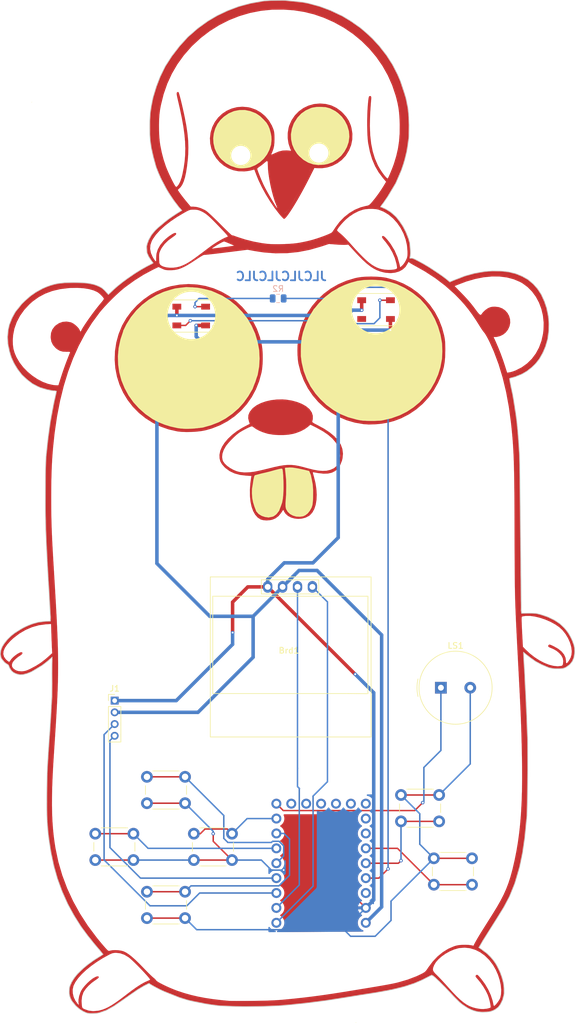
<source format=kicad_pcb>
(kicad_pcb (version 20240108) (generator "pcbnew") (generator_version "8.0")
  (layers (0 "F.Cu" signal) (31 "B.Cu" signal) (34 "B.Paste" user) (35 "F.Paste" user) (36 "B.SilkS" user "B.Silkscreen") (37 "F.SilkS" user "F.Silkscreen") (38 "B.Mask" user) (39 "F.Mask" user) (44 "Edge.Cuts" user))
  (net 0 "")
  (net 1 "GND")
  (net 2 "VCC")
  (net 3 "Net-(D1-DIN)")
  (net 4 "Net-(D1-DOUT)")
  (net 6 "/SDA")
  (net 7 "/SCL")
  (net 8 "/SDA1")
  (net 9 "/SCL1")
  (net 10 "Net-(U1-GP8)")
  (net 11 "/GP29")
  (net 12 "Net-(U1-GP4)")
  (net 13 "Net-(U1-GP5)")
  (net 14 "Net-(U1-GP6)")
  (net 15 "Net-(U1-GP7)")
  (net 16 "Net-(U1-GP28)")
  (net 17 "Net-(U1-GP27)")
  (footprint "MountingHole:MountingHole_3.2mm_M3" (layer "F.Cu") (at 111.2 27.4)
    (property "Reference" "REF**" (hide yes))
    (property "Value" "MountingHole_3.2mm_M3")
  )
  (footprint "LED_SMD:LED_WS2812B_PLCC4_5.0x5.0mm_P3.2mm" (layer "F.Cu") (at 96.15 72.4)
    (property "Reference" "D1" (hide yes))
    (property "Value" "WS2812B")
  )
  (footprint "LED_SMD:LED_WS2812B_PLCC4_5.0x5.0mm_P3.2mm" (layer "F.Cu") (at 127.65 71.3)
    (property "Reference" "D2" (hide yes))
    (property "Value" "WS2812B")
  )
  (footprint "rp2040-zero:my-rp2040-zero" (layer "F.Cu") (at 118.28 165.74 180)
    (property "Reference" "U1" (hide yes))
    (property "Value" "~" (hide yes))
  )
  (footprint "XIAO:128x64OLED" (layer "F.Cu") (at 112.8 129.2)
    (property "Reference" "Brd1")
    (property "Value" "SSD1306")
  )
  (footprint "Button_Switch_THT:SW_PUSH_6mm_H4.3mm" (layer "F.Cu") (at 131.9 154.1)
    (property "Reference" "SW5" (hide yes))
    (property "Value" "SW_Push")
  )
  (footprint "Button_Switch_THT:SW_PUSH_6mm_H4.3mm" (layer "F.Cu") (at 79.8 160.7)
    (property "Reference" "SW2" (hide yes))
    (property "Value" "SW_Push")
  )
  (footprint "Button_Switch_THT:SW_PUSH_6mm_H4.3mm" (layer "F.Cu") (at 88.6 170.6)
    (property "Reference" "SW3" (hide yes))
    (property "Value" "SW_Push")
  )
  (footprint "Connector_PinHeader_2.00mm:PinHeader_1x04_P2.00mm_Vertical" (layer "F.Cu") (at 83.1 138)
    (property "Reference" "J1")
    (property "Value" "Conn_01x04_Pin")
  )
  (footprint "Button_Switch_THT:SW_PUSH_6mm_H4.3mm" (layer "F.Cu") (at 88.6 151)
    (property "Reference" "SW1" (hide yes))
    (property "Value" "SW_Push")
  )
  (footprint "Button_Switch_THT:SW_PUSH_6mm_H4.3mm" (layer "F.Cu") (at 96.6 160.7)
    (property "Reference" "SW4" (hide yes))
    (property "Value" "SW_Push")
  )
  (footprint "Button_Switch_THT:SW_PUSH_6mm_H4.3mm" (layer "F.Cu") (at 137.5 164.9)
    (property "Reference" "SW6" (hide yes))
    (property "Value" "SW_Push")
  )
  (footprint "Buzzer_Beeper:Buzzer_TDK_PS1240P02BT_D12.2mm_H6.5mm" (layer "F.Cu") (at 138.7 135.8)
    (property "Reference" "LS1")
    (property "Value" "Speaker")
  )
  (footprint "gopher:gopher_bird" (layer "F.Cu") (at 112.2 108.9)
    (property "Reference" "G***" (hide yes))
    (property "Value" "LOGO" (hide yes))
    (fp_line (start -48.58 21.17) (end -48.52 20.56) (stroke (width 0.12)) (layer "Edge.Cuts"))
    (fp_line (start -48.52 20.56) (end -48.3 19.94) (stroke (width 0.12)) (layer "Edge.Cuts"))
    (fp_line (start -48.49 21.72) (end -48.58 21.17) (stroke (width 0.12)) (layer "Edge.Cuts"))
    (fp_line (start -48.35 21.99) (end -48.49 21.72) (stroke (width 0.12)) (layer "Edge.Cuts"))
    (fp_line (start -48.3 19.94) (end -47.9 19.3) (stroke (width 0.12)) (layer "Edge.Cuts"))
    (fp_line (start -48.09 22.33) (end -48.35 21.99) (stroke (width 0.12)) (layer "Edge.Cuts"))
    (fp_line (start -47.9 19.3) (end -47.39 18.67) (stroke (width 0.12)) (layer "Edge.Cuts"))
    (fp_line (start -47.84 22.61) (end -48.09 22.33) (stroke (width 0.12)) (layer "Edge.Cuts"))
    (fp_line (start -47.56 22.82) (end -47.84 22.61) (stroke (width 0.12)) (layer "Edge.Cuts"))
    (fp_line (start -47.39 18.67) (end -46.74 18.03) (stroke (width 0.12)) (layer "Edge.Cuts"))
    (fp_line (start -47.37 -32.93) (end -47.26 -34.14) (stroke (width 0.12)) (layer "Edge.Cuts"))
    (fp_line (start -47.31 -31.76) (end -47.37 -32.93) (stroke (width 0.12)) (layer "Edge.Cuts"))
    (fp_line (start -47.3 22.96) (end -47.56 22.82) (stroke (width 0.12)) (layer "Edge.Cuts"))
    (fp_line (start -47.26 -34.14) (end -47.06 -35.02) (stroke (width 0.12)) (layer "Edge.Cuts"))
    (fp_line (start -47.2 23.07) (end -47.3 22.96) (stroke (width 0.12)) (layer "Edge.Cuts"))
    (fp_line (start -47.06 -35.02) (end -46.61 -36.16) (stroke (width 0.12)) (layer "Edge.Cuts"))
    (fp_line (start -47.03 -30.45) (end -47.31 -31.76) (stroke (width 0.12)) (layer "Edge.Cuts"))
    (fp_line (start -46.99 23.57) (end -47.2 23.07) (stroke (width 0.12)) (layer "Edge.Cuts"))
    (fp_line (start -46.75 -29.5) (end -47.03 -30.45) (stroke (width 0.12)) (layer "Edge.Cuts"))
    (fp_line (start -46.74 18.03) (end -46.14 17.56) (stroke (width 0.12)) (layer "Edge.Cuts"))
    (fp_line (start -46.7 24.01) (end -46.99 23.57) (stroke (width 0.12)) (layer "Edge.Cuts"))
    (fp_line (start -46.61 -36.16) (end -46.21 -36.9) (stroke (width 0.12)) (layer "Edge.Cuts"))
    (fp_line (start -46.29 24.36) (end -46.7 24.01) (stroke (width 0.12)) (layer "Edge.Cuts"))
    (fp_line (start -46.26 -28.43) (end -46.75 -29.5) (stroke (width 0.12)) (layer "Edge.Cuts"))
    (fp_line (start -46.21 -36.9) (end -46.03 -37.22) (stroke (width 0.12)) (layer "Edge.Cuts"))
    (fp_line (start -46.14 17.56) (end -45.11 16.91) (stroke (width 0.12)) (layer "Edge.Cuts"))
    (fp_line (start -46.03 -37.22) (end -44.96 -38.55) (stroke (width 0.12)) (layer "Edge.Cuts"))
    (fp_line (start -45.72 24.6) (end -46.29 24.36) (stroke (width 0.12)) (layer "Edge.Cuts"))
    (fp_line (start -45.67 -27.45) (end -46.26 -28.43) (stroke (width 0.12)) (layer "Edge.Cuts"))
    (fp_line (start -45.24 24.68) (end -45.72 24.6) (stroke (width 0.12)) (layer "Edge.Cuts"))
    (fp_line (start -45.11 16.91) (end -44.52 16.58) (stroke (width 0.12)) (layer "Edge.Cuts"))
    (fp_line (start -44.96 -38.55) (end -44.39 -39.11) (stroke (width 0.12)) (layer "Edge.Cuts"))
    (fp_line (start -44.92 -26.47) (end -45.67 -27.45) (stroke (width 0.12)) (layer "Edge.Cuts"))
    (fp_line (start -44.65 24.66) (end -45.24 24.68) (stroke (width 0.12)) (layer "Edge.Cuts"))
    (fp_line (start -44.52 16.58) (end -43.82 16.26) (stroke (width 0.12)) (layer "Edge.Cuts"))
    (fp_line (start -44.39 -39.11) (end -43.49 -39.91) (stroke (width 0.12)) (layer "Edge.Cuts"))
    (fp_line (start -44.1 -25.7) (end -44.92 -26.47) (stroke (width 0.12)) (layer "Edge.Cuts"))
    (fp_line (start -43.96 24.47) (end -44.65 24.66) (stroke (width 0.12)) (layer "Edge.Cuts"))
    (fp_line (start -43.82 16.26) (end -43.08 15.97) (stroke (width 0.12)) (layer "Edge.Cuts"))
    (fp_line (start -43.49 -39.91) (end -42.53 -40.58) (stroke (width 0.12)) (layer "Edge.Cuts"))
    (fp_line (start -43.36 24.23) (end -43.96 24.47) (stroke (width 0.12)) (layer "Edge.Cuts"))
    (fp_line (start -43.14 -24.96) (end -44.1 -25.7) (stroke (width 0.12)) (layer "Edge.Cuts"))
    (fp_line (start -43.08 15.97) (end -42.13 15.71) (stroke (width 0.12)) (layer "Edge.Cuts"))
    (fp_line (start -42.91 23.98) (end -43.36 24.23) (stroke (width 0.12)) (layer "Edge.Cuts"))
    (fp_line (start -42.53 -40.58) (end -41.41 -41.2) (stroke (width 0.12)) (layer "Edge.Cuts"))
    (fp_line (start -42.22 -24.47) (end -43.14 -24.96) (stroke (width 0.12)) (layer "Edge.Cuts"))
    (fp_line (start -42.13 15.71) (end -41.13 15.58) (stroke (width 0.12)) (layer "Edge.Cuts"))
    (fp_line (start -41.76 -24.27) (end -42.22 -24.47) (stroke (width 0.12)) (layer "Edge.Cuts"))
    (fp_line (start -41.44 23.09) (end -42.91 23.98) (stroke (width 0.12)) (layer "Edge.Cuts"))
    (fp_line (start -41.41 -41.2) (end -40.65 -41.53) (stroke (width 0.12)) (layer "Edge.Cuts"))
    (fp_line (start -41.13 15.58) (end -40.06 15.53) (stroke (width 0.12)) (layer "Edge.Cuts"))
    (fp_line (start -40.92 -4.43) (end -40.91 -6.35) (stroke (width 0.12)) (layer "Edge.Cuts"))
    (fp_line (start -40.92 -3.26) (end -40.92 -4.43) (stroke (width 0.12)) (layer "Edge.Cuts"))
    (fp_line (start -40.91 -6.35) (end -40.89 -10.57) (stroke (width 0.12)) (layer "Edge.Cuts"))
    (fp_line (start -40.89 -10.57) (end -40.81 -12.49) (stroke (width 0.12)) (layer "Edge.Cuts"))
    (fp_line (start -40.88 -1.62) (end -40.92 -3.26) (stroke (width 0.12)) (layer "Edge.Cuts"))
    (fp_line (start -40.86 -0.14) (end -40.88 -1.62) (stroke (width 0.12)) (layer "Edge.Cuts"))
    (fp_line (start -40.81 -12.49) (end -40.49 -15.48) (stroke (width 0.12)) (layer "Edge.Cuts"))
    (fp_line (start -40.75 -23.97) (end -41.76 -24.27) (stroke (width 0.12)) (layer "Edge.Cuts"))
    (fp_line (start -40.71 3.16) (end -40.86 -0.14) (stroke (width 0.12)) (layer "Edge.Cuts"))
    (fp_line (start -40.68 45.15) (end -40.66 43.86) (stroke (width 0.12)) (layer "Edge.Cuts"))
    (fp_line (start -40.68 46.38) (end -40.68 45.15) (stroke (width 0.12)) (layer "Edge.Cuts"))
    (fp_line (start -40.68 47.61) (end -40.68 46.38) (stroke (width 0.12)) (layer "Edge.Cuts"))
    (fp_line (start -40.66 43.86) (end -40.62 41.76) (stroke (width 0.12)) (layer "Edge.Cuts"))
    (fp_line (start -40.66 48.59) (end -40.68 47.61) (stroke (width 0.12)) (layer "Edge.Cuts"))
    (fp_line (start -40.65 -41.53) (end -39.91 -41.79) (stroke (width 0.12)) (layer "Edge.Cuts"))
    (fp_line (start -40.62 5.04) (end -40.71 3.16) (stroke (width 0.12)) (layer "Edge.Cuts"))
    (fp_line (start -40.62 41.76) (end -40.55 39.99) (stroke (width 0.12)) (layer "Edge.Cuts"))
    (fp_line (start -40.62 49.56) (end -40.66 48.59) (stroke (width 0.12)) (layer "Edge.Cuts"))
    (fp_line (start -40.55 39.99) (end -40.48 38.95) (stroke (width 0.12)) (layer "Edge.Cuts"))
    (fp_line (start -40.5 22.37) (end -41.44 23.09) (stroke (width 0.12)) (layer "Edge.Cuts"))
    (fp_line (start -40.49 -15.48) (end -40.09 -18.41) (stroke (width 0.12)) (layer "Edge.Cuts"))
    (fp_line (start -40.49 51.33) (end -40.62 49.56) (stroke (width 0.12)) (layer "Edge.Cuts"))
    (fp_line (start -40.48 38.95) (end -40.35 36.88) (stroke (width 0.12)) (layer "Edge.Cuts"))
    (fp_line (start -40.43 8.47) (end -40.62 5.04) (stroke (width 0.12)) (layer "Edge.Cuts"))
    (fp_line (start -40.35 36.88) (end -40.16 34.28) (stroke (width 0.12)) (layer "Edge.Cuts"))
    (fp_line (start -40.32 52.76) (end -40.49 51.33) (stroke (width 0.12)) (layer "Edge.Cuts"))
    (fp_line (start -40.26 11.12) (end -40.43 8.47) (stroke (width 0.12)) (layer "Edge.Cuts"))
    (fp_line (start -40.16 34.28) (end -39.95 30.92) (stroke (width 0.12)) (layer "Edge.Cuts"))
    (fp_line (start -40.14 13.4) (end -40.26 11.12) (stroke (width 0.12)) (layer "Edge.Cuts"))
    (fp_line (start -40.09 -18.41) (end -39.47 -21.71) (stroke (width 0.12)) (layer "Edge.Cuts"))
    (fp_line (start -40.06 15.53) (end -40.04 14.86) (stroke (width 0.12)) (layer "Edge.Cuts"))
    (fp_line (start -40.04 14.86) (end -40.14 13.4) (stroke (width 0.12)) (layer "Edge.Cuts"))
    (fp_line (start -39.98 54.94) (end -40.32 52.76) (stroke (width 0.12)) (layer "Edge.Cuts"))
    (fp_line (start -39.95 30.92) (end -39.81 28.43) (stroke (width 0.12)) (layer "Edge.Cuts"))
    (fp_line (start -39.92 -23.79) (end -40.75 -23.97) (stroke (width 0.12)) (layer "Edge.Cuts"))
    (fp_line (start -39.91 -41.79) (end -38.97 -42.03) (stroke (width 0.12)) (layer "Edge.Cuts"))
    (fp_line (start -39.81 28.43) (end -39.79 26.13) (stroke (width 0.12)) (layer "Edge.Cuts"))
    (fp_line (start -39.8 24.45) (end -39.79 22.78) (stroke (width 0.12)) (layer "Edge.Cuts"))
    (fp_line (start -39.79 22.78) (end -39.75 21.69) (stroke (width 0.12)) (layer "Edge.Cuts"))
    (fp_line (start -39.79 26.13) (end -39.8 24.45) (stroke (width 0.12)) (layer "Edge.Cuts"))
    (fp_line (start -39.75 21.69) (end -40.5 22.37) (stroke (width 0.12)) (layer "Edge.Cuts"))
    (fp_line (start -39.47 -21.71) (end -39.24 -22.72) (stroke (width 0.12)) (layer "Edge.Cuts"))
    (fp_line (start -39.46 57.37) (end -39.98 54.94) (stroke (width 0.12)) (layer "Edge.Cuts"))
    (fp_line (start -39.35 -23.73) (end -39.92 -23.79) (stroke (width 0.12)) (layer "Edge.Cuts"))
    (fp_line (start -39.24 -22.72) (end -39.03 -23.67) (stroke (width 0.12)) (layer "Edge.Cuts"))
    (fp_line (start -39.03 -23.67) (end -39.35 -23.73) (stroke (width 0.12)) (layer "Edge.Cuts"))
    (fp_line (start -38.97 -42.03) (end -37.63 -42.2) (stroke (width 0.12)) (layer "Edge.Cuts"))
    (fp_line (start -38.86 59.48) (end -39.46 57.37) (stroke (width 0.12)) (layer "Edge.Cuts"))
    (fp_line (start -38.06 61.67) (end -38.86 59.48) (stroke (width 0.12)) (layer "Edge.Cuts"))
    (fp_line (start -37.63 -42.2) (end -35.99 -42.22) (stroke (width 0.12)) (layer "Edge.Cuts"))
    (fp_line (start -37.09 63.83) (end -38.06 61.67) (stroke (width 0.12)) (layer "Edge.Cuts"))
    (fp_line (start -36.86 78.91) (end -36.81 78.04) (stroke (width 0.12)) (layer "Edge.Cuts"))
    (fp_line (start -36.81 78.04) (end -36.74 77.79) (stroke (width 0.12)) (layer "Edge.Cuts"))
    (fp_line (start -36.77 79.54) (end -36.86 78.91) (stroke (width 0.12)) (layer "Edge.Cuts"))
    (fp_line (start -36.74 77.79) (end -36.43 77.09) (stroke (width 0.12)) (layer "Edge.Cuts"))
    (fp_line (start -36.53 80.14) (end -36.77 79.54) (stroke (width 0.12)) (layer "Edge.Cuts"))
    (fp_line (start -36.43 77.09) (end -35.99 76.39) (stroke (width 0.12)) (layer "Edge.Cuts"))
    (fp_line (start -36.23 80.57) (end -36.53 80.14) (stroke (width 0.12)) (layer "Edge.Cuts"))
    (fp_line (start -36.04 65.75) (end -37.09 63.83) (stroke (width 0.12)) (layer "Edge.Cuts"))
    (fp_line (start -35.99 -42.22) (end -35.17 -42.21) (stroke (width 0.12)) (layer "Edge.Cuts"))
    (fp_line (start -35.99 76.39) (end -35.42 75.69) (stroke (width 0.12)) (layer "Edge.Cuts"))
    (fp_line (start -35.72 81.18) (end -36.23 80.57) (stroke (width 0.12)) (layer "Edge.Cuts"))
    (fp_line (start -35.42 75.69) (end -34.59 74.88) (stroke (width 0.12)) (layer "Edge.Cuts"))
    (fp_line (start -35.36 81.5) (end -35.72 81.18) (stroke (width 0.12)) (layer "Edge.Cuts"))
    (fp_line (start -35.17 -42.21) (end -34.15 -42.17) (stroke (width 0.12)) (layer "Edge.Cuts"))
    (fp_line (start -35.14 81.7) (end -35.36 81.5) (stroke (width 0.12)) (layer "Edge.Cuts"))
    (fp_line (start -34.87 67.61) (end -36.04 65.75) (stroke (width 0.12)) (layer "Edge.Cuts"))
    (fp_line (start -34.59 74.88) (end -33.75 74.17) (stroke (width 0.12)) (layer "Edge.Cuts"))
    (fp_line (start -34.51 82.1) (end -35.14 81.7) (stroke (width 0.12)) (layer "Edge.Cuts"))
    (fp_line (start -34.15 -42.17) (end -33.26 -42.04) (stroke (width 0.12)) (layer "Edge.Cuts"))
    (fp_line (start -33.94 82.36) (end -34.51 82.1) (stroke (width 0.12)) (layer "Edge.Cuts"))
    (fp_line (start -33.75 74.17) (end -33.2 73.77) (stroke (width 0.12)) (layer "Edge.Cuts"))
    (fp_line (start -33.72 69.17) (end -34.87 67.61) (stroke (width 0.12)) (layer "Edge.Cuts"))
    (fp_line (start -33.71 82.43) (end -33.94 82.36) (stroke (width 0.12)) (layer "Edge.Cuts"))
    (fp_line (start -33.27 82.47) (end -33.71 82.43) (stroke (width 0.12)) (layer "Edge.Cuts"))
    (fp_line (start -33.26 -42.04) (end -32.54 -41.88) (stroke (width 0.12)) (layer "Edge.Cuts"))
    (fp_line (start -33.2 73.77) (end -32.67 73.39) (stroke (width 0.12)) (layer "Edge.Cuts"))
    (fp_line (start -32.72 82.47) (end -33.27 82.47) (stroke (width 0.12)) (layer "Edge.Cuts"))
    (fp_line (start -32.67 73.39) (end -31.87 72.88) (stroke (width 0.12)) (layer "Edge.Cuts"))
    (fp_line (start -32.54 -41.88) (end -31.82 -41.6) (stroke (width 0.12)) (layer "Edge.Cuts"))
    (fp_line (start -32.51 70.68) (end -33.72 69.17) (stroke (width 0.12)) (layer "Edge.Cuts"))
    (fp_line (start -32.09 82.44) (end -32.72 82.47) (stroke (width 0.12)) (layer "Edge.Cuts"))
    (fp_line (start -31.87 72.88) (end -31.37 72.57) (stroke (width 0.12)) (layer "Edge.Cuts"))
    (fp_line (start -31.82 -41.6) (end -31.25 -41.29) (stroke (width 0.12)) (layer "Edge.Cuts"))
    (fp_line (start -31.73 71.59) (end -32.51 70.68) (stroke (width 0.12)) (layer "Edge.Cuts"))
    (fp_line (start -31.69 82.35) (end -32.09 82.44) (stroke (width 0.12)) (layer "Edge.Cuts"))
    (fp_line (start -31.37 72.57) (end -31.09 72.38) (stroke (width 0.12)) (layer "Edge.Cuts"))
    (fp_line (start -31.25 -41.29) (end -30.8 -40.88) (stroke (width 0.12)) (layer "Edge.Cuts"))
    (fp_line (start -31.09 72.38) (end -31.73 71.59) (stroke (width 0.12)) (layer "Edge.Cuts"))
    (fp_line (start -30.8 -40.88) (end -30.22 -40.24) (stroke (width 0.12)) (layer "Edge.Cuts"))
    (fp_line (start -30.51 81.94) (end -31.69 82.35) (stroke (width 0.12)) (layer "Edge.Cuts"))
    (fp_line (start -30.22 -40.24) (end -30.16 -40.19) (stroke (width 0.12)) (layer "Edge.Cuts"))
    (fp_line (start -30.16 -40.19) (end -28.9 -41.38) (stroke (width 0.12)) (layer "Edge.Cuts"))
    (fp_line (start -29.22 81.22) (end -30.51 81.94) (stroke (width 0.12)) (layer "Edge.Cuts"))
    (fp_line (start -28.9 -41.38) (end -27.87 -42.21) (stroke (width 0.12)) (layer "Edge.Cuts"))
    (fp_line (start -27.87 -42.21) (end -27.04 -42.83) (stroke (width 0.12)) (layer "Edge.Cuts"))
    (fp_line (start -27.74 80.2) (end -29.22 81.22) (stroke (width 0.12)) (layer "Edge.Cuts"))
    (fp_line (start -27.04 -42.83) (end -25.63 -43.8) (stroke (width 0.12)) (layer "Edge.Cuts"))
    (fp_line (start -26.56 79.37) (end -27.74 80.2) (stroke (width 0.12)) (layer "Edge.Cuts"))
    (fp_line (start -25.63 -43.8) (end -24.61 -44.43) (stroke (width 0.12)) (layer "Edge.Cuts"))
    (fp_line (start -25.17 78.41) (end -26.56 79.37) (stroke (width 0.12)) (layer "Edge.Cuts"))
    (fp_line (start -24.61 -44.43) (end -23.6 -45) (stroke (width 0.12)) (layer "Edge.Cuts"))
    (fp_line (start -24.08 77.76) (end -25.17 78.41) (stroke (width 0.12)) (layer "Edge.Cuts"))
    (fp_line (start -23.67 -48.39) (end -23.56 -48.82) (stroke (width 0.12)) (layer "Edge.Cuts"))
    (fp_line (start -23.61 -47.32) (end -23.67 -48.39) (stroke (width 0.12)) (layer "Edge.Cuts"))
    (fp_line (start -23.6 -45) (end -22.66 -45.48) (stroke (width 0.12)) (layer "Edge.Cuts"))
    (fp_line (start -23.56 -48.82) (end -23.3 -49.51) (stroke (width 0.12)) (layer "Edge.Cuts"))
    (fp_line (start -23.31 -46.64) (end -23.61 -47.32) (stroke (width 0.12)) (layer "Edge.Cuts"))
    (fp_line (start -23.3 -49.51) (end -22.84 -50.34) (stroke (width 0.12)) (layer "Edge.Cuts"))
    (fp_line (start -23.23 77.34) (end -24.08 77.76) (stroke (width 0.12)) (layer "Edge.Cuts"))
    (fp_line (start -23.13 -69.82) (end -23.04 -71.18) (stroke (width 0.12)) (layer "Edge.Cuts"))
    (fp_line (start -23.13 -68.27) (end -23.13 -69.82) (stroke (width 0.12)) (layer "Edge.Cuts"))
    (fp_line (start -23.13 -67.44) (end -23.13 -68.27) (stroke (width 0.12)) (layer "Edge.Cuts"))
    (fp_line (start -23.07 77.48) (end -23.23 77.34) (stroke (width 0.12)) (layer "Edge.Cuts"))
    (fp_line (start -23.04 -71.18) (end -22.88 -72.26) (stroke (width 0.12)) (layer "Edge.Cuts"))
    (fp_line (start -23.04 -66.34) (end -23.13 -67.44) (stroke (width 0.12)) (layer "Edge.Cuts"))
    (fp_line (start -22.97 -46.11) (end -23.31 -46.64) (stroke (width 0.12)) (layer "Edge.Cuts"))
    (fp_line (start -22.88 -72.26) (end -22.58 -73.76) (stroke (width 0.12)) (layer "Edge.Cuts"))
    (fp_line (start -22.88 -65.23) (end -23.04 -66.34) (stroke (width 0.12)) (layer "Edge.Cuts"))
    (fp_line (start -22.84 -50.34) (end -22.21 -51.1) (stroke (width 0.12)) (layer "Edge.Cuts"))
    (fp_line (start -22.66 -45.48) (end -22.56 -45.55) (stroke (width 0.12)) (layer "Edge.Cuts"))
    (fp_line (start -22.58 -73.76) (end -22.01 -75.63) (stroke (width 0.12)) (layer "Edge.Cuts"))
    (fp_line (start -22.56 -45.55) (end -22.97 -46.11) (stroke (width 0.12)) (layer "Edge.Cuts"))
    (fp_line (start -22.53 -63.67) (end -22.88 -65.23) (stroke (width 0.12)) (layer "Edge.Cuts"))
    (fp_line (start -22.41 77.86) (end -23.07 77.48) (stroke (width 0.12)) (layer "Edge.Cuts"))
    (fp_line (start -22.21 -51.1) (end -21.73 -51.56) (stroke (width 0.12)) (layer "Edge.Cuts"))
    (fp_line (start -22.04 -61.89) (end -22.53 -63.67) (stroke (width 0.12)) (layer "Edge.Cuts"))
    (fp_line (start -22.01 -75.63) (end -21.37 -77.3) (stroke (width 0.12)) (layer "Edge.Cuts"))
    (fp_line (start -21.73 -51.56) (end -20.7 -52.43) (stroke (width 0.12)) (layer "Edge.Cuts"))
    (fp_line (start -21.61 -60.82) (end -22.04 -61.89) (stroke (width 0.12)) (layer "Edge.Cuts"))
    (fp_line (start -21.38 78.4) (end -22.41 77.86) (stroke (width 0.12)) (layer "Edge.Cuts"))
    (fp_line (start -21.37 -77.3) (end -20.51 -79.07) (stroke (width 0.12)) (layer "Edge.Cuts"))
    (fp_line (start -21.2 -59.9) (end -21.61 -60.82) (stroke (width 0.12)) (layer "Edge.Cuts"))
    (fp_line (start -20.7 -52.43) (end -20 -52.99) (stroke (width 0.12)) (layer "Edge.Cuts"))
    (fp_line (start -20.59 78.76) (end -21.38 78.4) (stroke (width 0.12)) (layer "Edge.Cuts"))
    (fp_line (start -20.51 -79.07) (end -19.37 -80.84) (stroke (width 0.12)) (layer "Edge.Cuts"))
    (fp_line (start -20.29 -58.17) (end -21.2 -59.9) (stroke (width 0.12)) (layer "Edge.Cuts"))
    (fp_line (start -20 -52.99) (end -19.35 -53.44) (stroke (width 0.12)) (layer "Edge.Cuts"))
    (fp_line (start -19.82 -57.39) (end -20.29 -58.17) (stroke (width 0.12)) (layer "Edge.Cuts"))
    (fp_line (start -19.37 -80.84) (end -18.02 -82.59) (stroke (width 0.12)) (layer "Edge.Cuts"))
    (fp_line (start -19.35 -53.44) (end -18.62 -53.93) (stroke (width 0.12)) (layer "Edge.Cuts"))
    (fp_line (start -19.03 -56.21) (end -19.82 -57.39) (stroke (width 0.12)) (layer "Edge.Cuts"))
    (fp_line (start -18.62 -53.93) (end -17.73 -54.48) (stroke (width 0.12)) (layer "Edge.Cuts"))
    (fp_line (start -18.17 -55.08) (end -19.03 -56.21) (stroke (width 0.12)) (layer "Edge.Cuts"))
    (fp_line (start -18.1 79.75) (end -20.59 78.76) (stroke (width 0.12)) (layer "Edge.Cuts"))
    (fp_line (start -18.02 -82.59) (end -16.61 -84.13) (stroke (width 0.12)) (layer "Edge.Cuts"))
    (fp_line (start -17.73 -54.48) (end -17.66 -54.51) (stroke (width 0.12)) (layer "Edge.Cuts"))
    (fp_line (start -17.66 -54.51) (end -18.17 -55.08) (stroke (width 0.12)) (layer "Edge.Cuts"))
    (fp_line (start -16.68 80.2) (end -18.1 79.75) (stroke (width 0.12)) (layer "Edge.Cuts"))
    (fp_line (start -16.61 -84.13) (end -14.92 -85.6) (stroke (width 0.12)) (layer "Edge.Cuts"))
    (fp_line (start -15.65 80.43) (end -16.68 80.2) (stroke (width 0.12)) (layer "Edge.Cuts"))
    (fp_line (start -14.92 -85.6) (end -13.17 -86.86) (stroke (width 0.12)) (layer "Edge.Cuts"))
    (fp_line (start -13.54 80.85) (end -15.65 80.43) (stroke (width 0.12)) (layer "Edge.Cuts"))
    (fp_line (start -13.17 -86.86) (end -11.62 -87.77) (stroke (width 0.12)) (layer "Edge.Cuts"))
    (fp_line (start -12.15 81.06) (end -13.54 80.85) (stroke (width 0.12)) (layer "Edge.Cuts"))
    (fp_line (start -11.62 -87.77) (end -9.82 -88.62) (stroke (width 0.12)) (layer "Edge.Cuts"))
    (fp_line (start -11.11 81.18) (end -12.15 81.06) (stroke (width 0.12)) (layer "Edge.Cuts"))
    (fp_line (start -9.82 -88.62) (end -7.96 -89.33) (stroke (width 0.12)) (layer "Edge.Cuts"))
    (fp_line (start -8.99 81.27) (end -11.11 81.18) (stroke (width 0.12)) (layer "Edge.Cuts"))
    (fp_line (start -7.96 -89.33) (end -5.91 -89.87) (stroke (width 0.12)) (layer "Edge.Cuts"))
    (fp_line (start -7.09 81.31) (end -8.99 81.27) (stroke (width 0.12)) (layer "Edge.Cuts"))
    (fp_line (start -5.91 -89.87) (end -3.63 -90.27) (stroke (width 0.12)) (layer "Edge.Cuts"))
    (fp_line (start -3.65 81.27) (end -7.09 81.31) (stroke (width 0.12)) (layer "Edge.Cuts"))
    (fp_line (start -3.63 -90.27) (end -2.42 -90.34) (stroke (width 0.12)) (layer "Edge.Cuts"))
    (fp_line (start -2.42 -90.34) (end -0.08 -90.35) (stroke (width 0.12)) (layer "Edge.Cuts"))
    (fp_line (start -1.28 81.17) (end -3.65 81.27) (stroke (width 0.12)) (layer "Edge.Cuts"))
    (fp_line (start -0.08 -90.35) (end 2.93 -90.05) (stroke (width 0.12)) (layer "Edge.Cuts"))
    (fp_line (start 0.28 81.05) (end -1.28 81.17) (stroke (width 0.12)) (layer "Edge.Cuts"))
    (fp_line (start 2.93 -90.05) (end 3.88 -89.87) (stroke (width 0.12)) (layer "Edge.Cuts"))
    (fp_line (start 3.48 80.72) (end 0.28 81.05) (stroke (width 0.12)) (layer "Edge.Cuts"))
    (fp_line (start 3.88 -89.87) (end 5.86 -89.33) (stroke (width 0.12)) (layer "Edge.Cuts"))
    (fp_line (start 5.86 -89.33) (end 7.65 -88.66) (stroke (width 0.12)) (layer "Edge.Cuts"))
    (fp_line (start 6.91 80.28) (end 3.48 80.72) (stroke (width 0.12)) (layer "Edge.Cuts"))
    (fp_line (start 7.65 -88.66) (end 9.19 -87.93) (stroke (width 0.12)) (layer "Edge.Cuts"))
    (fp_line (start 9.19 -87.93) (end 9.64 -87.73) (stroke (width 0.12)) (layer "Edge.Cuts"))
    (fp_line (start 9.63 79.85) (end 6.91 80.28) (stroke (width 0.12)) (layer "Edge.Cuts"))
    (fp_line (start 9.64 -87.73) (end 11.17 -86.81) (stroke (width 0.12)) (layer "Edge.Cuts"))
    (fp_line (start 11.17 -86.81) (end 12.82 -85.65) (stroke (width 0.12)) (layer "Edge.Cuts"))
    (fp_line (start 12.7 79.35) (end 9.63 79.85) (stroke (width 0.12)) (layer "Edge.Cuts"))
    (fp_line (start 12.82 -85.65) (end 14.07 -84.57) (stroke (width 0.12)) (layer "Edge.Cuts"))
    (fp_line (start 14.07 -84.57) (end 14.85 -83.83) (stroke (width 0.12)) (layer "Edge.Cuts"))
    (fp_line (start 14.85 -83.83) (end 16.01 -82.57) (stroke (width 0.12)) (layer "Edge.Cuts"))
    (fp_line (start 15.51 78.91) (end 12.7 79.35) (stroke (width 0.12)) (layer "Edge.Cuts"))
    (fp_line (start 16.01 -82.57) (end 17.25 -80.98) (stroke (width 0.12)) (layer "Edge.Cuts"))
    (fp_line (start 16.23 -55.12) (end 16.46 -55.05) (stroke (width 0.12)) (layer "Edge.Cuts"))
    (fp_line (start 16.37 -55.35) (end 16.23 -55.12) (stroke (width 0.12)) (layer "Edge.Cuts"))
    (fp_line (start 16.46 -55.05) (end 17.09 -54.77) (stroke (width 0.12)) (layer "Edge.Cuts"))
    (fp_line (start 16.68 -55.75) (end 16.37 -55.35) (stroke (width 0.12)) (layer "Edge.Cuts"))
    (fp_line (start 17.09 -54.77) (end 17.92 -54.26) (stroke (width 0.12)) (layer "Edge.Cuts"))
    (fp_line (start 17.25 -80.98) (end 18.28 -79.37) (stroke (width 0.12)) (layer "Edge.Cuts"))
    (fp_line (start 17.42 78.56) (end 15.51 78.91) (stroke (width 0.12)) (layer "Edge.Cuts"))
    (fp_line (start 17.43 -56.84) (end 16.68 -55.75) (stroke (width 0.12)) (layer "Edge.Cuts"))
    (fp_line (start 17.92 -54.26) (end 18.18 -54.05) (stroke (width 0.12)) (layer "Edge.Cuts"))
    (fp_line (start 18.18 -54.05) (end 18.88 -53.41) (stroke (width 0.12)) (layer "Edge.Cuts"))
    (fp_line (start 18.28 -79.37) (end 19.14 -77.68) (stroke (width 0.12)) (layer "Edge.Cuts"))
    (fp_line (start 18.36 78.37) (end 17.42 78.56) (stroke (width 0.12)) (layer "Edge.Cuts"))
    (fp_line (start 18.83 -59.18) (end 17.43 -56.84) (stroke (width 0.12)) (layer "Edge.Cuts"))
    (fp_line (start 18.88 -53.41) (end 19.41 -52.75) (stroke (width 0.12)) (layer "Edge.Cuts"))
    (fp_line (start 19.14 -77.68) (end 19.61 -76.58) (stroke (width 0.12)) (layer "Edge.Cuts"))
    (fp_line (start 19.41 -52.75) (end 20.05 -51.8) (stroke (width 0.12)) (layer "Edge.Cuts"))
    (fp_line (start 19.61 -76.58) (end 20.27 -74.6) (stroke (width 0.12)) (layer "Edge.Cuts"))
    (fp_line (start 19.64 78.06) (end 18.36 78.37) (stroke (width 0.12)) (layer "Edge.Cuts"))
    (fp_line (start 19.79 -61.41) (end 18.83 -59.18) (stroke (width 0.12)) (layer "Edge.Cuts"))
    (fp_line (start 20.05 -51.8) (end 20.56 -50.8) (stroke (width 0.12)) (layer "Edge.Cuts"))
    (fp_line (start 20.15 -62.48) (end 19.79 -61.41) (stroke (width 0.12)) (layer "Edge.Cuts"))
    (fp_line (start 20.27 -74.6) (end 20.58 -73.57) (stroke (width 0.12)) (layer "Edge.Cuts"))
    (fp_line (start 20.36 77.87) (end 19.64 78.06) (stroke (width 0.12)) (layer "Edge.Cuts"))
    (fp_line (start 20.38 -63.26) (end 20.15 -62.48) (stroke (width 0.12)) (layer "Edge.Cuts"))
    (fp_line (start 20.56 -50.8) (end 20.73 -50.37) (stroke (width 0.12)) (layer "Edge.Cuts"))
    (fp_line (start 20.58 -73.57) (end 20.91 -71.9) (stroke (width 0.12)) (layer "Edge.Cuts"))
    (fp_line (start 20.7 -64.59) (end 20.38 -63.26) (stroke (width 0.12)) (layer "Edge.Cuts"))
    (fp_line (start 20.73 -50.37) (end 21.01 -49.65) (stroke (width 0.12)) (layer "Edge.Cuts"))
    (fp_line (start 20.87 -65.62) (end 20.7 -64.59) (stroke (width 0.12)) (layer "Edge.Cuts"))
    (fp_line (start 20.91 -71.9) (end 21.01 -70.92) (stroke (width 0.12)) (layer "Edge.Cuts"))
    (fp_line (start 21.01 -70.92) (end 21.09 -69.06) (stroke (width 0.12)) (layer "Edge.Cuts"))
    (fp_line (start 21.01 -49.65) (end 21.2 -48.96) (stroke (width 0.12)) (layer "Edge.Cuts"))
    (fp_line (start 21.06 -67.05) (end 20.87 -65.62) (stroke (width 0.12)) (layer "Edge.Cuts"))
    (fp_line (start 21.09 -69.06) (end 21.06 -67.05) (stroke (width 0.12)) (layer "Edge.Cuts"))
    (fp_line (start 21.2 -48.96) (end 21.3 -47.88) (stroke (width 0.12)) (layer "Edge.Cuts"))
    (fp_line (start 21.22 -46.37) (end 21.26 -46.35) (stroke (width 0.12)) (layer "Edge.Cuts"))
    (fp_line (start 21.25 -46.54) (end 21.22 -46.37) (stroke (width 0.12)) (layer "Edge.Cuts"))
    (fp_line (start 21.26 -46.35) (end 21.5 -46.38) (stroke (width 0.12)) (layer "Edge.Cuts"))
    (fp_line (start 21.3 -47.88) (end 21.32 -47.2) (stroke (width 0.12)) (layer "Edge.Cuts"))
    (fp_line (start 21.3 -46.85) (end 21.25 -46.54) (stroke (width 0.12)) (layer "Edge.Cuts"))
    (fp_line (start 21.32 -47.2) (end 21.3 -46.85) (stroke (width 0.12)) (layer "Edge.Cuts"))
    (fp_line (start 21.5 -46.38) (end 21.73 -46.34) (stroke (width 0.12)) (layer "Edge.Cuts"))
    (fp_line (start 21.73 -46.34) (end 21.99 -46.24) (stroke (width 0.12)) (layer "Edge.Cuts"))
    (fp_line (start 21.97 77.34) (end 20.36 77.87) (stroke (width 0.12)) (layer "Edge.Cuts"))
    (fp_line (start 21.99 -46.24) (end 22.4 -46.03) (stroke (width 0.12)) (layer "Edge.Cuts"))
    (fp_line (start 22.4 -46.03) (end 23.5 -45.44) (stroke (width 0.12)) (layer "Edge.Cuts"))
    (fp_line (start 23.3 76.77) (end 21.97 77.34) (stroke (width 0.12)) (layer "Edge.Cuts"))
    (fp_line (start 23.5 -45.44) (end 24.57 -44.8) (stroke (width 0.12)) (layer "Edge.Cuts"))
    (fp_line (start 24.57 -44.8) (end 26.02 -43.84) (stroke (width 0.12)) (layer "Edge.Cuts"))
    (fp_line (start 24.88 75.96) (end 23.3 76.77) (stroke (width 0.12)) (layer "Edge.Cuts"))
    (fp_line (start 25 75.97) (end 24.88 75.96) (stroke (width 0.12)) (layer "Edge.Cuts"))
    (fp_line (start 25.16 76.06) (end 25 75.97) (stroke (width 0.12)) (layer "Edge.Cuts"))
    (fp_line (start 25.57 76.4) (end 25.16 76.06) (stroke (width 0.12)) (layer "Edge.Cuts"))
    (fp_line (start 26.02 -43.84) (end 26.83 -43.28) (stroke (width 0.12)) (layer "Edge.Cuts"))
    (fp_line (start 26.19 76.98) (end 25.57 76.4) (stroke (width 0.12)) (layer "Edge.Cuts"))
    (fp_line (start 26.83 -43.28) (end 27.52 -42.75) (stroke (width 0.12)) (layer "Edge.Cuts"))
    (fp_line (start 27.19 77.98) (end 26.19 76.98) (stroke (width 0.12)) (layer "Edge.Cuts"))
    (fp_line (start 27.52 -42.75) (end 28.02 -42.33) (stroke (width 0.12)) (layer "Edge.Cuts"))
    (fp_line (start 28.02 -42.33) (end 28.71 -42.63) (stroke (width 0.12)) (layer "Edge.Cuts"))
    (fp_line (start 28.18 79.02) (end 27.19 77.98) (stroke (width 0.12)) (layer "Edge.Cuts"))
    (fp_line (start 28.71 -42.63) (end 29.64 -42.98) (stroke (width 0.12)) (layer "Edge.Cuts"))
    (fp_line (start 28.75 79.64) (end 28.18 79.02) (stroke (width 0.12)) (layer "Edge.Cuts"))
    (fp_line (start 29.64 -42.98) (end 30.6 -43.36) (stroke (width 0.12)) (layer "Edge.Cuts"))
    (fp_line (start 29.69 80.57) (end 28.75 79.64) (stroke (width 0.12)) (layer "Edge.Cuts"))
    (fp_line (start 30.23 81) (end 29.69 80.57) (stroke (width 0.12)) (layer "Edge.Cuts"))
    (fp_line (start 30.6 -43.36) (end 32.22 -43.8) (stroke (width 0.12)) (layer "Edge.Cuts"))
    (fp_line (start 31.08 81.56) (end 30.23 81) (stroke (width 0.12)) (layer "Edge.Cuts"))
    (fp_line (start 31.76 81.88) (end 31.08 81.56) (stroke (width 0.12)) (layer "Edge.Cuts"))
    (fp_line (start 32.22 -43.8) (end 33.83 -44.09) (stroke (width 0.12)) (layer "Edge.Cuts"))
    (fp_line (start 32.24 82.05) (end 31.76 81.88) (stroke (width 0.12)) (layer "Edge.Cuts"))
    (fp_line (start 32.59 82.14) (end 32.24 82.05) (stroke (width 0.12)) (layer "Edge.Cuts"))
    (fp_line (start 32.98 71.22) (end 33.41 71.5) (stroke (width 0.12)) (layer "Edge.Cuts"))
    (fp_line (start 33.19 70.88) (end 32.98 71.22) (stroke (width 0.12)) (layer "Edge.Cuts"))
    (fp_line (start 33.27 82.24) (end 32.59 82.14) (stroke (width 0.12)) (layer "Edge.Cuts"))
    (fp_line (start 33.41 71.5) (end 34.07 72) (stroke (width 0.12)) (layer "Edge.Cuts"))
    (fp_line (start 33.6 82.26) (end 33.27 82.24) (stroke (width 0.12)) (layer "Edge.Cuts"))
    (fp_line (start 33.68 70.03) (end 33.19 70.88) (stroke (width 0.12)) (layer "Edge.Cuts"))
    (fp_line (start 33.83 -44.09) (end 35.24 -44.21) (stroke (width 0.12)) (layer "Edge.Cuts"))
    (fp_line (start 34.07 72) (end 34.33 72.18) (stroke (width 0.12)) (layer "Edge.Cuts"))
    (fp_line (start 34.33 72.18) (end 34.99 72.83) (stroke (width 0.12)) (layer "Edge.Cuts"))
    (fp_line (start 34.35 82.23) (end 33.6 82.26) (stroke (width 0.12)) (layer "Edge.Cuts"))
    (fp_line (start 34.61 68.55) (end 33.68 70.03) (stroke (width 0.12)) (layer "Edge.Cuts"))
    (fp_line (start 34.99 72.83) (end 35.54 73.5) (stroke (width 0.12)) (layer "Edge.Cuts"))
    (fp_line (start 34.99 82.13) (end 34.35 82.23) (stroke (width 0.12)) (layer "Edge.Cuts"))
    (fp_line (start 35.24 -44.21) (end 36.7 -44.19) (stroke (width 0.12)) (layer "Edge.Cuts"))
    (fp_line (start 35.27 82.03) (end 34.99 82.13) (stroke (width 0.12)) (layer "Edge.Cuts"))
    (fp_line (start 35.54 73.5) (end 35.91 74.05) (stroke (width 0.12)) (layer "Edge.Cuts"))
    (fp_line (start 35.71 81.84) (end 35.27 82.03) (stroke (width 0.12)) (layer "Edge.Cuts"))
    (fp_line (start 35.91 74.05) (end 36.18 74.54) (stroke (width 0.12)) (layer "Edge.Cuts"))
    (fp_line (start 36.12 66.15) (end 34.61 68.55) (stroke (width 0.12)) (layer "Edge.Cuts"))
    (fp_line (start 36.18 74.54) (end 36.6 75.42) (stroke (width 0.12)) (layer "Edge.Cuts"))
    (fp_line (start 36.29 81.39) (end 35.71 81.84) (stroke (width 0.12)) (layer "Edge.Cuts"))
    (fp_line (start 36.6 75.42) (end 36.92 76.31) (stroke (width 0.12)) (layer "Edge.Cuts"))
    (fp_line (start 36.66 80.9) (end 36.29 81.39) (stroke (width 0.12)) (layer "Edge.Cuts"))
    (fp_line (start 36.7 -44.19) (end 38.04 -44.05) (stroke (width 0.12)) (layer "Edge.Cuts"))
    (fp_line (start 36.92 76.31) (end 37.16 77.21) (stroke (width 0.12)) (layer "Edge.Cuts"))
    (fp_line (start 37.03 80.13) (end 36.66 80.9) (stroke (width 0.12)) (layer "Edge.Cuts"))
    (fp_line (start 37.16 77.21) (end 37.28 78.16) (stroke (width 0.12)) (layer "Edge.Cuts"))
    (fp_line (start 37.23 64.35) (end 36.12 66.15) (stroke (width 0.12)) (layer "Edge.Cuts"))
    (fp_line (start 37.25 79.27) (end 37.03 80.13) (stroke (width 0.12)) (layer "Edge.Cuts"))
    (fp_line (start 37.28 78.16) (end 37.29 79.07) (stroke (width 0.12)) (layer "Edge.Cuts"))
    (fp_line (start 37.29 79.07) (end 37.25 79.27) (stroke (width 0.12)) (layer "Edge.Cuts"))
    (fp_line (start 38.04 -44.05) (end 39.27 -43.74) (stroke (width 0.12)) (layer "Edge.Cuts"))
    (fp_line (start 38.2 -25.83) (end 38.26 -25.5) (stroke (width 0.12)) (layer "Edge.Cuts"))
    (fp_line (start 38.2 62.52) (end 37.23 64.35) (stroke (width 0.12)) (layer "Edge.Cuts"))
    (fp_line (start 38.26 -25.5) (end 38.46 -24.45) (stroke (width 0.12)) (layer "Edge.Cuts"))
    (fp_line (start 38.46 -24.45) (end 38.75 -23.11) (stroke (width 0.12)) (layer "Edge.Cuts"))
    (fp_line (start 38.51 -25.94) (end 38.2 -25.83) (stroke (width 0.12)) (layer "Edge.Cuts"))
    (fp_line (start 38.75 -23.11) (end 38.92 -22.11) (stroke (width 0.12)) (layer "Edge.Cuts"))
    (fp_line (start 38.92 -22.11) (end 39.35 -19.36) (stroke (width 0.12)) (layer "Edge.Cuts"))
    (fp_line (start 39.09 -26.09) (end 38.51 -25.94) (stroke (width 0.12)) (layer "Edge.Cuts"))
    (fp_line (start 39.11 60.27) (end 38.2 62.52) (stroke (width 0.12)) (layer "Edge.Cuts"))
    (fp_line (start 39.27 -43.74) (end 40.33 -43.31) (stroke (width 0.12)) (layer "Edge.Cuts"))
    (fp_line (start 39.35 -19.36) (end 39.51 -18.04) (stroke (width 0.12)) (layer "Edge.Cuts"))
    (fp_line (start 39.51 -18.04) (end 39.69 -16.06) (stroke (width 0.12)) (layer "Edge.Cuts"))
    (fp_line (start 39.69 -16.06) (end 39.91 -12.89) (stroke (width 0.12)) (layer "Edge.Cuts"))
    (fp_line (start 39.91 -12.89) (end 39.98 -8.59) (stroke (width 0.12)) (layer "Edge.Cuts"))
    (fp_line (start 39.93 57.47) (end 39.11 60.27) (stroke (width 0.12)) (layer "Edge.Cuts"))
    (fp_line (start 39.98 -8.59) (end 40.03 -3.94) (stroke (width 0.12)) (layer "Edge.Cuts"))
    (fp_line (start 40.03 -3.94) (end 40.08 1.49) (stroke (width 0.12)) (layer "Edge.Cuts"))
    (fp_line (start 40.08 1.49) (end 40.16 6.92) (stroke (width 0.12)) (layer "Edge.Cuts"))
    (fp_line (start 40.16 6.92) (end 40.22 12.28) (stroke (width 0.12)) (layer "Edge.Cuts"))
    (fp_line (start 40.2 13.72) (end 40.26 14.21) (stroke (width 0.12)) (layer "Edge.Cuts"))
    (fp_line (start 40.22 12.28) (end 40.2 13.72) (stroke (width 0.12)) (layer "Edge.Cuts"))
    (fp_line (start 40.26 14.21) (end 41.74 14.18) (stroke (width 0.12)) (layer "Edge.Cuts"))
    (fp_line (start 40.31 -26.58) (end 39.09 -26.09) (stroke (width 0.12)) (layer "Edge.Cuts"))
    (fp_line (start 40.33 -43.31) (end 41.35 -42.74) (stroke (width 0.12)) (layer "Edge.Cuts"))
    (fp_line (start 40.43 55.06) (end 39.93 57.47) (stroke (width 0.12)) (layer "Edge.Cuts"))
    (fp_line (start 40.58 20.86) (end 40.64 22.12) (stroke (width 0.12)) (layer "Edge.Cuts"))
    (fp_line (start 40.64 22.12) (end 40.73 23.37) (stroke (width 0.12)) (layer "Edge.Cuts"))
    (fp_line (start 40.73 23.37) (end 40.89 26.61) (stroke (width 0.12)) (layer "Edge.Cuts"))
    (fp_line (start 40.79 21.05) (end 40.58 20.86) (stroke (width 0.12)) (layer "Edge.Cuts"))
    (fp_line (start 40.8 52.53) (end 40.43 55.06) (stroke (width 0.12)) (layer "Edge.Cuts"))
    (fp_line (start 40.89 26.61) (end 41.04 29.51) (stroke (width 0.12)) (layer "Edge.Cuts"))
    (fp_line (start 41.04 29.51) (end 41.19 33.13) (stroke (width 0.12)) (layer "Edge.Cuts"))
    (fp_line (start 41.15 -27.07) (end 40.31 -26.58) (stroke (width 0.12)) (layer "Edge.Cuts"))
    (fp_line (start 41.18 48.69) (end 40.8 52.53) (stroke (width 0.12)) (layer "Edge.Cuts"))
    (fp_line (start 41.19 33.13) (end 41.29 35.72) (stroke (width 0.12)) (layer "Edge.Cuts"))
    (fp_line (start 41.24 46.52) (end 41.18 48.69) (stroke (width 0.12)) (layer "Edge.Cuts"))
    (fp_line (start 41.29 35.72) (end 41.3 41.25) (stroke (width 0.12)) (layer "Edge.Cuts"))
    (fp_line (start 41.3 41.25) (end 41.24 46.52) (stroke (width 0.12)) (layer "Edge.Cuts"))
    (fp_line (start 41.35 -42.74) (end 42.22 -42) (stroke (width 0.12)) (layer "Edge.Cuts"))
    (fp_line (start 41.63 21.71) (end 40.79 21.05) (stroke (width 0.12)) (layer "Edge.Cuts"))
    (fp_line (start 41.74 14.18) (end 42.85 14.23) (stroke (width 0.12)) (layer "Edge.Cuts"))
    (fp_line (start 41.96 -27.7) (end 41.15 -27.07) (stroke (width 0.12)) (layer "Edge.Cuts"))
    (fp_line (start 42.22 -42) (end 42.97 -41.17) (stroke (width 0.12)) (layer "Edge.Cuts"))
    (fp_line (start 42.61 22.41) (end 41.63 21.71) (stroke (width 0.12)) (layer "Edge.Cuts"))
    (fp_line (start 42.67 -28.39) (end 41.96 -27.7) (stroke (width 0.12)) (layer "Edge.Cuts"))
    (fp_line (start 42.85 14.23) (end 43.67 14.45) (stroke (width 0.12)) (layer "Edge.Cuts"))
    (fp_line (start 42.97 -41.17) (end 43.61 -40.19) (stroke (width 0.12)) (layer "Edge.Cuts"))
    (fp_line (start 43.28 -29.16) (end 42.67 -28.39) (stroke (width 0.12)) (layer "Edge.Cuts"))
    (fp_line (start 43.61 -40.19) (end 44.14 -39.03) (stroke (width 0.12)) (layer "Edge.Cuts"))
    (fp_line (start 43.67 14.45) (end 44.69 14.8) (stroke (width 0.12)) (layer "Edge.Cuts"))
    (fp_line (start 43.68 22.98) (end 42.61 22.41) (stroke (width 0.12)) (layer "Edge.Cuts"))
    (fp_line (start 43.89 -30.23) (end 43.28 -29.16) (stroke (width 0.12)) (layer "Edge.Cuts"))
    (fp_line (start 44.14 -39.03) (end 44.54 -37.86) (stroke (width 0.12)) (layer "Edge.Cuts"))
    (fp_line (start 44.34 -31.3) (end 43.89 -30.23) (stroke (width 0.12)) (layer "Edge.Cuts"))
    (fp_line (start 44.54 -37.86) (end 44.83 -36.44) (stroke (width 0.12)) (layer "Edge.Cuts"))
    (fp_line (start 44.69 14.8) (end 45.84 15.35) (stroke (width 0.12)) (layer "Edge.Cuts"))
    (fp_line (start 44.71 -32.55) (end 44.34 -31.3) (stroke (width 0.12)) (layer "Edge.Cuts"))
    (fp_line (start 44.81 23.46) (end 43.68 22.98) (stroke (width 0.12)) (layer "Edge.Cuts"))
    (fp_line (start 44.83 -36.44) (end 44.93 -35.18) (stroke (width 0.12)) (layer "Edge.Cuts"))
    (fp_line (start 44.89 -33.9) (end 44.71 -32.55) (stroke (width 0.12)) (layer "Edge.Cuts"))
    (fp_line (start 44.93 -35.18) (end 44.89 -33.9) (stroke (width 0.12)) (layer "Edge.Cuts"))
    (fp_line (start 45.18 23.56) (end 44.81 23.46) (stroke (width 0.12)) (layer "Edge.Cuts"))
    (fp_line (start 45.58 23.63) (end 45.18 23.56) (stroke (width 0.12)) (layer "Edge.Cuts"))
    (fp_line (start 45.84 15.35) (end 46.75 15.95) (stroke (width 0.12)) (layer "Edge.Cuts"))
    (fp_line (start 46 23.66) (end 45.58 23.63) (stroke (width 0.12)) (layer "Edge.Cuts"))
    (fp_line (start 46.75 15.95) (end 47.53 16.68) (stroke (width 0.12)) (layer "Edge.Cuts"))
    (fp_line (start 46.75 23.66) (end 46 23.66) (stroke (width 0.12)) (layer "Edge.Cuts"))
    (fp_line (start 47.21 23.63) (end 46.75 23.66) (stroke (width 0.12)) (layer "Edge.Cuts"))
    (fp_line (start 47.46 23.59) (end 47.21 23.63) (stroke (width 0.12)) (layer "Edge.Cuts"))
    (fp_line (start 47.53 16.68) (end 47.97 17.21) (stroke (width 0.12)) (layer "Edge.Cuts"))
    (fp_line (start 47.87 23.4) (end 47.46 23.59) (stroke (width 0.12)) (layer "Edge.Cuts"))
    (fp_line (start 47.97 17.21) (end 48.23 17.57) (stroke (width 0.12)) (layer "Edge.Cuts"))
    (fp_line (start 48.23 17.57) (end 48.65 18.3) (stroke (width 0.12)) (layer "Edge.Cuts"))
    (fp_line (start 48.47 22.95) (end 47.87 23.4) (stroke (width 0.12)) (layer "Edge.Cuts"))
    (fp_line (start 48.65 18.3) (end 48.9 18.85) (stroke (width 0.12)) (layer "Edge.Cuts"))
    (fp_line (start 48.9 18.85) (end 49.18 19.61) (stroke (width 0.12)) (layer "Edge.Cuts"))
    (fp_line (start 48.91 22.41) (end 48.47 22.95) (stroke (width 0.12)) (layer "Edge.Cuts"))
    (fp_line (start 49.18 19.61) (end 49.28 20.11) (stroke (width 0.12)) (layer "Edge.Cuts"))
    (fp_line (start 49.18 21.75) (end 48.91 22.41) (stroke (width 0.12)) (layer "Edge.Cuts"))
    (fp_line (start 49.28 20.11) (end 49.3 20.62) (stroke (width 0.12)) (layer "Edge.Cuts"))
    (fp_line (start 49.29 21.03) (end 49.18 21.75) (stroke (width 0.12)) (layer "Edge.Cuts"))
    (fp_line (start 49.3 20.62) (end 49.29 21.03) (stroke (width 0.12)) (layer "Edge.Cuts"))
  )
  (footprint "Resistor_SMD:R_0805_2012Metric" (layer "B.Cu") (at 110.9625 69.4 180)
    (property "Reference" "R2")
    (property "Value" "330")
  )
  (gr_text "JLCJLCJLCJLC" (at 119.4 66.5 0) (layer "B.Cu") (effects (font (size 1.5 1.5) (thickness 0.3) (bold yes)) (justify left bottom mirror)))
  (segment (start 111.9 166.9) (end 119.44 166.9) (width 0.25) (layer "F.Cu") (net 1))
  (segment (start 99.9 162) (end 103.1 165.2) (width 0.25) (layer "F.Cu") (net 1))
  (segment (start 88.6 155.5) (end 95.1 155.5) (width 0.25) (layer "F.Cu") (net 1))
  (segment (start 103.2 126.4) (end 103.2 121.2) (width 0.6) (layer "F.Cu") (net 1))
  (segment (start 131.9 154.1) (end 138.4 154.1) (width 0.25) (layer "F.Cu") (net 1))
  (segment (start 99.9 160.7) (end 99.9 162) (width 0.25) (layer "F.Cu") (net 1))
  (segment (start 97 74) (end 98.6 74) (width 0.6) (layer "F.Cu") (net 1))
  (segment (start 109.18 118.6) (end 124.08 133.5) (width 0.6) (layer "F.Cu") (net 1))
  (segment (start 105.8 118.6) (end 109.18 118.6) (width 0.6) (layer "F.Cu") (net 1))
  (segment (start 124.08 133.5) (end 124.1 133.5) (width 0.6) (layer "F.Cu") (net 1))
  (segment (start 119.44 166.9) (end 125.9 173.36) (width 0.25) (layer "F.Cu") (net 1))
  (segment (start 130.1 74.8) (end 130.1 72.9) (width 0.6) (layer "F.Cu") (net 1))
  (segment (start 103.2 121.2) (end 105.8 118.6) (width 0.6) (layer "F.Cu") (net 1))
  (segment (start 88.6 175.1) (end 95.1 175.1) (width 0.25) (layer "F.Cu") (net 1))
  (segment (start 96.6 165.2) (end 103.1 165.2) (width 0.25) (layer "F.Cu") (net 1))
  (segment (start 137.5 164.9) (end 144 164.9) (width 0.25) (layer "F.Cu") (net 1))
  (segment (start 79.8 165.2) (end 86.3 165.2) (width 0.25) (layer "F.Cu") (net 1))
  (via (at 103.2 126.4) (size 0.6) (drill 0.3) (layers "F.Cu" "B.Cu") (net 1))
  (via (at 111.9 166.9) (size 0.6) (drill 0.3) (layers "F.Cu" "B.Cu") (net 1))
  (via (at 124.1 133.5) (size 0.6) (drill 0.3) (layers "F.Cu" "B.Cu") (net 1))
  (via (at 130.1 74.8) (size 0.6) (drill 0.3) (layers "F.Cu" "B.Cu") (net 1))
  (via (at 97 74) (size 0.6) (drill 0.3) (layers "F.Cu" "B.Cu") (net 1))
  (via (at 99.9 160.7) (size 0.6) (drill 0.3) (layers "F.Cu" "B.Cu") (net 1))
  (segment (start 135.1 162.5) (end 137.5 164.9) (width 0.25) (layer "B.Cu") (net 1))
  (segment (start 97.9 76.8) (end 97 75.9) (width 0.6) (layer "B.Cu") (net 1))
  (segment (start 121.2 76.8) (end 97.9 76.8) (width 0.6) (layer "B.Cu") (net 1))
  (segment (start 138.4 154.1) (end 143.7 148.8) (width 0.25) (layer "B.Cu") (net 1))
  (segment (start 137.5 164.9) (end 130.2 172.2) (width 0.25) (layer "B.Cu") (net 1))
  (segment (start 130.2 172.2) (end 130.2 175.5) (width 0.25) (layer "B.Cu") (net 1))
  (segment (start 110.015 166.915) (end 111.885 166.915) (width 0.25) (layer "B.Cu") (net 1))
  (segment (start 108.1 165.2) (end 109.8 166.9) (width 0.25) (layer "B.Cu") (net 1))
  (segment (start 110 166.9) (end 110.015 166.915) (width 0.25) (layer "B.Cu") (net 1))
  (segment (start 123.2 74.8) (end 130.1 74.8) (width 0.6) (layer "B.Cu") (net 1))
  (segment (start 116.9 114.5) (end 112 114.5) (width 0.6) (layer "B.Cu") (net 1))
  (segment (start 135.1 157.3) (end 135.1 162.5) (width 0.25) (layer "B.Cu") (net 1))
  (segment (start 86.3 165.2) (end 94.7 165.2) (width 0.25) (layer "B.Cu") (net 1))
  (segment (start 122.185 177.075) (end 125.9 173.36) (width 0.25) (layer "B.Cu") (net 1))
  (segment (start 97 75.9) (end 97 74) (width 0.6) (layer "B.Cu") (net 1))
  (segment (start 112 114.5) (end 109.18 117.32) (width 0.6) (layer "B.Cu") (net 1))
  (segment (start 130.2 175.5) (end 127.5 178.2) (width 0.25) (layer "B.Cu") (net 1))
  (segment (start 103.1 165.2) (end 108.1 165.2) (width 0.25) (layer "B.Cu") (net 1))
  (segment (start 111.885 166.915) (end 111.9 166.9) (width 0.25) (layer "B.Cu") (net 1))
  (segment (start 127.5 178.2) (end 123.31 178.2) (width 0.25) (layer "B.Cu") (net 1))
  (segment (start 94.7 165.2) (end 96.6 165.2) (width 0.25) (layer "B.Cu") (net 1))
  (segment (start 109.18 117.32) (end 109.18 118.6) (width 0.6) (layer "B.Cu") (net 1))
  (segment (start 97.075 177.075) (end 122.185 177.075) (width 0.25) (layer "B.Cu") (net 1))
  (segment (start 95.1 155.5) (end 99.9 160.3) (width 0.25) (layer "B.Cu") (net 1))
  (segment (start 127.25 136.65) (end 127.25 172.01) (width 0.6) (layer "B.Cu") (net 1))
  (segment (start 103.2 126.4) (end 103.2 128.4) (width 0.6) (layer "B.Cu") (net 1))
  (segment (start 103.2 128.4) (end 93.6 138) (width 0.6) (layer "B.Cu") (net 1))
  (segment (start 109.8 166.9) (end 110 166.9) (width 0.25) (layer "B.Cu") (net 1))
  (segment (start 95.1 175.1) (end 97.075 177.075) (width 0.25) (layer "B.Cu") (net 1))
  (segment (start 123.31 178.2) (end 122.185 177.075) (width 0.25) (layer "B.Cu") (net 1))
  (segment (start 122.1 75.9) (end 123.2 74.8) (width 0.6) (layer "B.Cu") (net 1))
  (segment (start 121.2 81) (end 121.2 76.8) (width 0.6) (layer "B.Cu") (net 1))
  (segment (start 121.2 76.8) (end 122.1 75.9) (width 0.6) (layer "B.Cu") (net 1))
  (segment (start 131.9 154.1) (end 135.1 157.3) (width 0.25) (layer "B.Cu") (net 1))
  (segment (start 127.25 172.01) (end 125.9 173.36) (width 0.6) (layer "B.Cu") (net 1))
  (segment (start 143.7 148.8) (end 143.7 135.8) (width 0.25) (layer "B.Cu") (net 1))
  (segment (start 121.2 110.2) (end 116.9 114.5) (width 0.6) (layer "B.Cu") (net 1))
  (segment (start 121.2 81) (end 121.2 110.2) (width 0.6) (layer "B.Cu") (net 1))
  (segment (start 124.1 133.5) (end 127.25 136.65) (width 0.6) (layer "B.Cu") (net 1))
  (segment (start 99.9 160.3) (end 99.9 160.7) (width 0.25) (layer "B.Cu") (net 1))
  (segment (start 93.6 138) (end 83.1 138) (width 0.6) (layer "B.Cu") (net 1))
  (segment (start 93.7 72.3) (end 93.7 70.8) (width 0.6) (layer "F.Cu") (net 2))
  (segment (start 125.2 71.4) (end 125.2 69.7) (width 0.6) (layer "F.Cu") (net 2))
  (via (at 125.2 71.4) (size 0.6) (drill 0.3) (layers "F.Cu" "B.Cu") (net 2))
  (via (at 93.7 72.3) (size 0.6) (drill 0.3) (layers "F.Cu" "B.Cu") (net 2))
  (segment (start 90.3 74.1) (end 92.1 72.3) (width 0.6) (layer "B.Cu") (net 2))
  (segment (start 111.72 118.82) (end 111.72 118.6) (width 0.6) (layer "B.Cu") (net 2))
  (segment (start 128.6 173.2) (end 125.9 175.9) (width 0.6) (layer "B.Cu") (net 2))
  (segment (start 90.3 114.6) (end 99.32 123.62) (width 0.6) (layer "B.Cu") (net 2))
  (segment (start 92.1 72.3) (end 93.7 72.3) (width 0.6) (layer "B.Cu") (net 2))
  (segment (start 122.7 72.3) (end 123.6 71.4) (width 0.6) (layer "B.Cu") (net 2))
  (segment (start 90.3 81.2) (end 90.3 74.1) (width 0.6) (layer "B.Cu") (net 2))
  (segment (start 93.7 72.3) (end 122.7 72.3) (width 0.6) (layer "B.Cu") (net 2))
  (segment (start 106.7 123.62) (end 111.72 118.6) (width 0.6) (layer "B.Cu") (net 2))
  (segment (start 106.7 130.6) (end 97.3 140) (width 0.6) (layer "B.Cu") (net 2))
  (segment (start 90.3 114.6) (end 90.3 81.2) (width 0.6) (layer "B.Cu") (net 2))
  (segment (start 111.72 118.6) (end 114.52 115.8) (width 0.6) (layer "B.Cu") (net 2))
  (segment (start 123.6 71.4) (end 125.2 71.4) (width 0.6) (layer "B.Cu") (net 2))
  (segment (start 97.3 140) (end 83.1 140) (width 0.6) (layer "B.Cu") (net 2))
  (segment (start 117.6 115.8) (end 128.6 126.8) (width 0.6) (layer "B.Cu") (net 2))
  (segment (start 99.32 123.62) (end 106.7 123.62) (width 0.6) (layer "B.Cu") (net 2))
  (segment (start 106.7 123.62) (end 106.7 130.6) (width 0.6) (layer "B.Cu") (net 2))
  (segment (start 128.6 126.8) (end 128.6 173.2) (width 0.6) (layer "B.Cu") (net 2))
  (segment (start 114.52 115.8) (end 117.6 115.8) (width 0.6) (layer "B.Cu") (net 2))
  (segment (start 96.8 70.8) (end 98.6 70.8) (width 0.25) (layer "F.Cu") (net 3))
  (via (at 96.8 70.8) (size 0.6) (drill 0.3) (layers "F.Cu" "B.Cu") (net 3))
  (segment (start 97.5 69.4) (end 97 69.9) (width 0.25) (layer "B.Cu") (net 3))
  (segment (start 97 69.9) (end 96.8 70.1) (width 0.25) (layer "B.Cu") (net 3))
  (segment (start 97.7 69.4) (end 97.5 69.4) (width 0.25) (layer "B.Cu") (net 3))
  (segment (start 110.025 69.4) (end 97.7 69.4) (width 0.25) (layer "B.Cu") (net 3))
  (segment (start 96.8 70.1) (end 96.8 70.8) (width 0.25) (layer "B.Cu") (net 3))
  (segment (start 93.7 74) (end 95.2 74) (width 0.25) (layer "F.Cu") (net 4))
  (segment (start 95.2 74) (end 96 73.2) (width 0.25) (layer "F.Cu") (net 4))
  (segment (start 128.3 69.7) (end 130.1 69.7) (width 0.25) (layer "F.Cu") (net 4))
  (via (at 128.3 69.7) (size 0.6) (drill 0.3) (layers "F.Cu" "B.Cu") (net 4))
  (via (at 96 73.2) (size 0.6) (drill 0.3) (layers "F.Cu" "B.Cu") (net 4))
  (segment (start 128.3 72.7) (end 128.3 69.7) (width 0.25) (layer "B.Cu") (net 4))
  (segment (start 96 73.2) (end 123.6 73.2) (width 0.25) (layer "B.Cu") (net 4))
  (segment (start 123.6 73.2) (end 124.1 73.7) (width 0.25) (layer "B.Cu") (net 4))
  (segment (start 127.3 73.7) (end 127.5 73.5) (width 0.25) (layer "B.Cu") (net 4))
  (segment (start 124.1 73.7) (end 127.3 73.7) (width 0.25) (layer "B.Cu") (net 4))
  (segment (start 127.5 73.5) (end 128.3 72.7) (width 0.25) (layer "B.Cu") (net 4))
  (segment (start 116.915 169.645) (end 110.66 175.9) (width 0.25) (layer "B.Cu") (net 6))
  (segment (start 116.915 154.285001) (end 116.915 169.645) (width 0.25) (layer "B.Cu") (net 6))
  (segment (start 119.368346 121.168346) (end 119.368346 151.831655) (width 0.25) (layer "B.Cu") (net 6))
  (segment (start 119.368346 151.831655) (end 116.915 154.285001) (width 0.25) (layer "B.Cu") (net 6))
  (segment (start 116.8 118.6) (end 119.368346 121.168346) (width 0.25) (layer "B.Cu") (net 6))
  (segment (start 114.565 153.035) (end 114.565 169.455) (width 0.25) (layer "B.Cu") (net 7))
  (segment (start 114.26 149.6) (end 114.26 149.64) (width 0.25) (layer "B.Cu") (net 7))
  (segment (start 114.26 152.66) (end 114.6 153) (width 0.25) (layer "B.Cu") (net 7))
  (segment (start 110.66 173.36) (end 114.565 169.455) (width 0.25) (layer "B.Cu") (net 7))
  (segment (start 114.26 118.6) (end 114.26 149.5) (width 0.25) (layer "B.Cu") (net 7))
  (segment (start 114.6 153) (end 114.565 153.035) (width 0.25) (layer "B.Cu") (net 7))
  (segment (start 114.26 149.5) (end 114.26 149.6) (width 0.25) (layer "B.Cu") (net 7))
  (segment (start 114.26 149.5) (end 114.26 152.66) (width 0.25) (layer "B.Cu") (net 7))
  (segment (start 81.3 165.173833) (end 89.126167 173) (width 0.25) (layer "B.Cu") (net 8))
  (segment (start 95.4 173) (end 97.58 170.82) (width 0.25) (layer "B.Cu") (net 8))
  (segment (start 81.3 143.8) (end 81.3 165.173833) (width 0.25) (layer "B.Cu") (net 8))
  (segment (start 83.1 142) (end 81.3 143.8) (width 0.25) (layer "B.Cu") (net 8))
  (segment (start 89.126167 173) (end 95.4 173) (width 0.25) (layer "B.Cu") (net 8))
  (segment (start 97.58 170.82) (end 110.66 170.82) (width 0.25) (layer "B.Cu") (net 8))
  (segment (start 82.3 163.073833) (end 82.3 144.8) (width 0.25) (layer "B.Cu") (net 9))
  (segment (start 87.506167 168.28) (end 110.66 168.28) (width 0.25) (layer "B.Cu") (net 9))
  (segment (start 82.3 144.8) (end 83.1 144) (width 0.25) (layer "B.Cu") (net 9))
  (segment (start 82.3 163.073833) (end 87.506167 168.28) (width 0.25) (layer "B.Cu") (net 9))
  (segment (start 111.835 156.755) (end 134.245 156.755) (width 0.25) (layer "F.Cu") (net 10))
  (segment (start 110.66 155.58) (end 111.835 156.755) (width 0.25) (layer "F.Cu") (net 10))
  (segment (start 134.245 156.755) (end 135.6 155.4) (width 0.25) (layer "F.Cu") (net 10))
  (via (at 135.6 155.4) (size 0.6) (drill 0.3) (layers "F.Cu" "B.Cu") (net 10))
  (segment (start 135.6 155.4) (end 135.8 155.2) (width 0.25) (layer "B.Cu") (net 10))
  (segment (start 135.8 155.2) (end 135.8 149.4) (width 0.25) (layer "B.Cu") (net 10))
  (segment (start 138.7 146.5) (end 138.7 135.8) (width 0.25) (layer "B.Cu") (net 10))
  (segment (start 135.8 149.4) (end 138.7 146.5) (width 0.25) (layer "B.Cu") (net 10))
  (segment (start 129.7 166.7) (end 128.12 168.28) (width 0.25) (layer "F.Cu") (net 11))
  (segment (start 128.12 168.28) (end 125.9 168.28) (width 0.25) (layer "F.Cu") (net 11))
  (via (at 129.7 166.7) (size 0.6) (drill 0.3) (layers "F.Cu" "B.Cu") (net 11))
  (segment (start 132.3 75.4) (end 132.3 68.4) (width 0.25) (layer "B.Cu") (net 11))
  (segment (start 122.2 67.5) (end 120.3 69.4) (width 0.25) (layer "B.Cu") (net 11))
  (segment (start 132.3 68.4) (end 131.4 67.5) (width 0.25) (layer "B.Cu") (net 11))
  (segment (start 120.3 69.4) (end 111.9 69.4) (width 0.25) (layer "B.Cu") (net 11))
  (segment (start 129.7 78) (end 132.3 75.4) (width 0.25) (layer "B.Cu") (net 11))
  (segment (start 131.4 67.5) (end 122.2 67.5) (width 0.25) (layer "B.Cu") (net 11))
  (segment (start 129.7 166.7) (end 129.7 78) (width 0.25) (layer "B.Cu") (net 11))
  (segment (start 88.6 151) (end 95.1 151) (width 0.25) (layer "F.Cu") (net 12))
  (segment (start 111.121701 162) (end 111.9 162.778299) (width 0.25) (layer "B.Cu") (net 12))
  (segment (start 101.7 161.5) (end 102.4 162.2) (width 0.25) (layer "B.Cu") (net 12))
  (segment (start 102.4 162.2) (end 109.808299 162.2) (width 0.25) (layer "B.Cu") (net 12))
  (segment (start 110.008299 162) (end 111.121701 162) (width 0.25) (layer "B.Cu") (net 12))
  (segment (start 95.1 151) (end 101.7 157.6) (width 0.25) (layer "B.Cu") (net 12))
  (segment (start 111.9 164.5) (end 110.66 165.74) (width 0.25) (layer "B.Cu") (net 12))
  (segment (start 109.808299 162.2) (end 110.008299 162) (width 0.25) (layer "B.Cu") (net 12))
  (segment (start 101.7 157.6) (end 101.7 161.5) (width 0.25) (layer "B.Cu") (net 12))
  (segment (start 111.9 162.778299) (end 111.9 164.5) (width 0.25) (layer "B.Cu") (net 12))
  (segment (start 79.8 160.7) (end 86.3 160.7) (width 0.25) (layer "F.Cu") (net 13))
  (segment (start 88.8 163.2) (end 86.3 160.7) (width 0.25) (layer "B.Cu") (net 13))
  (segment (start 110.66 163.2) (end 88.8 163.2) (width 0.25) (layer "B.Cu") (net 13))
  (segment (start 88.6 170.6) (end 95.1 170.6) (width 0.25) (layer "F.Cu") (net 14))
  (segment (start 111.1 169.6) (end 112.9 167.8) (width 0.25) (layer "B.Cu") (net 14))
  (segment (start 96.1 169.6) (end 111.1 169.6) (width 0.25) (layer "B.Cu") (net 14))
  (segment (start 112.9 161.6) (end 111.96 160.66) (width 0.25) (layer "B.Cu") (net 14))
  (segment (start 95.1 170.6) (end 96.1 169.6) (width 0.25) (layer "B.Cu") (net 14))
  (segment (start 111.96 160.66) (end 110.66 160.66) (width 0.25) (layer "B.Cu") (net 14))
  (segment (start 112.9 167.8) (end 112.9 161.6) (width 0.25) (layer "B.Cu") (net 14))
  (segment (start 96.6 160.7) (end 97.7 160.7) (width 0.25) (layer "F.Cu") (net 15))
  (segment (start 102.3 159.9) (end 103.1 160.7) (width 0.25) (layer "F.Cu") (net 15))
  (segment (start 98.5 159.9) (end 102.3 159.9) (width 0.25) (layer "F.Cu") (net 15))
  (segment (start 97.7 160.7) (end 98.5 159.9) (width 0.25) (layer "F.Cu") (net 15))
  (segment (start 110.66 158.12) (end 105.68 158.12) (width 0.25) (layer "B.Cu") (net 15))
  (segment (start 105.68 158.12) (end 103.1 160.7) (width 0.25) (layer "B.Cu") (net 15))
  (segment (start 125.9 165.74) (end 131.46 165.74) (width 0.25) (layer "F.Cu") (net 16))
  (segment (start 131.46 165.74) (end 131.9 165.3) (width 0.25) (layer "F.Cu") (net 16))
  (segment (start 131.9 158.6) (end 138.4 158.6) (width 0.25) (layer "F.Cu") (net 16))
  (via (at 131.9 165.3) (size 0.6) (drill 0.3) (layers "F.Cu" "B.Cu") (net 16))
  (segment (start 131.9 165.3) (end 131.9 158.6) (width 0.25) (layer "B.Cu") (net 16))
  (segment (start 131.3 163.2) (end 137.5 169.4) (width 0.25) (layer "F.Cu") (net 17))
  (segment (start 125.9 163.2) (end 131.3 163.2) (width 0.25) (layer "F.Cu") (net 17))
  (segment (start 137.5 169.4) (end 144 169.4) (width 0.25) (layer "F.Cu") (net 17))
  (zone (net 1) (net_name "GND") (layer "F.Cu") (connect_pads (clearance 0.508)) (min_thickness 0.25) (fill yes (thermal_gap 0.5) (thermal_bridge_width 0.5))
    (polygon (pts (xy 109.3 154) (xy 127.3 154) (xy 127.3 177.4) (xy 109.3 177.5)))
  )
  (zone (net 1) (net_name "GND") (layer "B.Cu") (priority 1) (connect_pads (clearance 0.508)) (min_thickness 0.25) (fill yes (thermal_gap 0.5) (thermal_bridge_width 0.5))
    (polygon (pts (xy 109.3 154) (xy 127.3 154) (xy 127.3 177.4) (xy 109.3 177.5)))
  )
)
</source>
